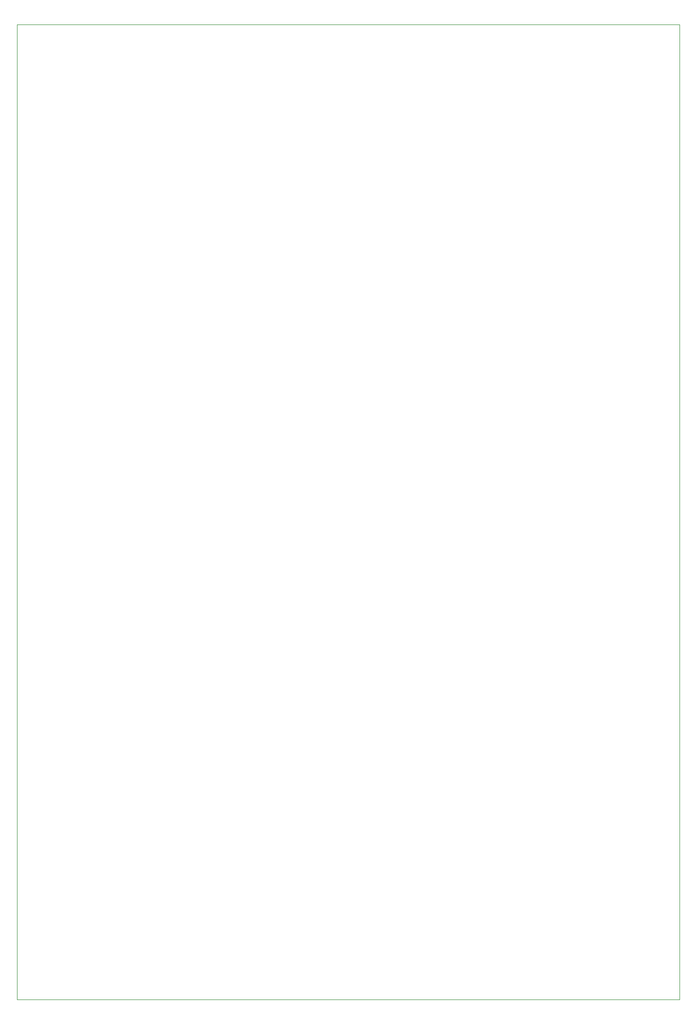
<source format=gm1>
%TF.GenerationSoftware,KiCad,Pcbnew,9.0.7*%
%TF.CreationDate,2026-03-01T02:19:44-05:00*%
%TF.ProjectId,Macropad,4d616372-6f70-4616-942e-6b696361645f,rev?*%
%TF.SameCoordinates,Original*%
%TF.FileFunction,Profile,NP*%
%FSLAX46Y46*%
G04 Gerber Fmt 4.6, Leading zero omitted, Abs format (unit mm)*
G04 Created by KiCad (PCBNEW 9.0.7) date 2026-03-01 02:19:44*
%MOMM*%
%LPD*%
G01*
G04 APERTURE LIST*
%TA.AperFunction,Profile*%
%ADD10C,0.100000*%
%TD*%
G04 APERTURE END LIST*
D10*
X-5000000Y41000000D02*
X107250000Y41000000D01*
X107250000Y-124063000D01*
X-5000000Y-124063000D01*
X-5000000Y41000000D01*
M02*

</source>
